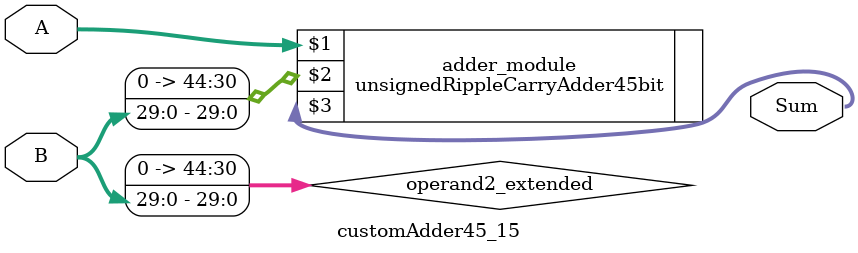
<source format=v>
module customAdder45_15(
                        input [44 : 0] A,
                        input [29 : 0] B,
                        
                        output [45 : 0] Sum
                );

        wire [44 : 0] operand2_extended;
        
        assign operand2_extended =  {15'b0, B};
        
        unsignedRippleCarryAdder45bit adder_module(
            A,
            operand2_extended,
            Sum
        );
        
        endmodule
        
</source>
